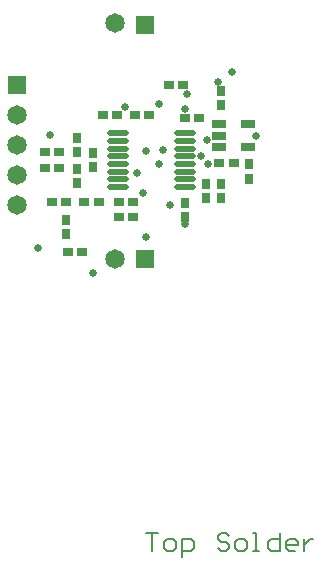
<source format=gts>
%FSLAX25Y25*%
%MOIN*%
G70*
G01*
G75*
G04 Layer_Color=8388736*
%ADD10R,0.03150X0.02362*%
%ADD11R,0.04331X0.02559*%
%ADD12O,0.06693X0.01378*%
%ADD13R,0.02362X0.03150*%
%ADD14C,0.01500*%
%ADD15C,0.01000*%
%ADD16C,0.03000*%
%ADD17C,0.02500*%
%ADD18C,0.01300*%
%ADD19C,0.02000*%
%ADD20C,0.00800*%
%ADD21C,0.06496*%
%ADD22R,0.06496X0.06496*%
%ADD23R,0.06496X0.06496*%
%ADD24C,0.02000*%
G04:AMPARAMS|DCode=25|XSize=39.37mil|YSize=15.75mil|CornerRadius=3.94mil|HoleSize=0mil|Usage=FLASHONLY|Rotation=0.000|XOffset=0mil|YOffset=0mil|HoleType=Round|Shape=RoundedRectangle|*
%AMROUNDEDRECTD25*
21,1,0.03937,0.00787,0,0,0.0*
21,1,0.03150,0.01575,0,0,0.0*
1,1,0.00787,0.01575,-0.00394*
1,1,0.00787,-0.01575,-0.00394*
1,1,0.00787,-0.01575,0.00394*
1,1,0.00787,0.01575,0.00394*
%
%ADD25ROUNDEDRECTD25*%
G04:AMPARAMS|DCode=26|XSize=74.8mil|YSize=133.86mil|CornerRadius=0mil|HoleSize=0mil|Usage=FLASHONLY|Rotation=270.000|XOffset=0mil|YOffset=0mil|HoleType=Round|Shape=Octagon|*
%AMOCTAGOND26*
4,1,8,0.06693,0.01870,0.06693,-0.01870,0.04823,-0.03740,-0.04823,-0.03740,-0.06693,-0.01870,-0.06693,0.01870,-0.04823,0.03740,0.04823,0.03740,0.06693,0.01870,0.0*
%
%ADD26OCTAGOND26*%

%ADD27R,0.05512X0.03543*%
%ADD28R,0.07087X0.03543*%
%ADD29R,0.03740X0.03937*%
%ADD30R,0.08500X0.10799*%
%ADD31R,0.03937X0.03740*%
%ADD32R,0.02362X0.07480*%
%ADD33C,0.03500*%
%ADD34C,0.00984*%
%ADD35C,0.02362*%
%ADD36C,0.00700*%
%ADD37C,0.00787*%
%ADD38C,0.00600*%
%ADD39C,0.00500*%
%ADD40R,0.03750X0.02962*%
%ADD41R,0.04931X0.03159*%
%ADD42O,0.07293X0.01978*%
%ADD43R,0.02962X0.03750*%
%ADD44C,0.02600*%
D20*
X57700Y-79851D02*
X61699D01*
X59699D01*
Y-85849D01*
X64698D02*
X66697D01*
X67697Y-84850D01*
Y-82850D01*
X66697Y-81851D01*
X64698D01*
X63698Y-82850D01*
Y-84850D01*
X64698Y-85849D01*
X69696Y-87849D02*
Y-81851D01*
X72695D01*
X73695Y-82850D01*
Y-84850D01*
X72695Y-85849D01*
X69696D01*
X85691Y-80851D02*
X84691Y-79851D01*
X82692D01*
X81692Y-80851D01*
Y-81851D01*
X82692Y-82850D01*
X84691D01*
X85691Y-83850D01*
Y-84850D01*
X84691Y-85849D01*
X82692D01*
X81692Y-84850D01*
X88690Y-85849D02*
X90689D01*
X91689Y-84850D01*
Y-82850D01*
X90689Y-81851D01*
X88690D01*
X87690Y-82850D01*
Y-84850D01*
X88690Y-85849D01*
X93688D02*
X95688D01*
X94688D01*
Y-79851D01*
X93688D01*
X102685D02*
Y-85849D01*
X99686D01*
X98687Y-84850D01*
Y-82850D01*
X99686Y-81851D01*
X102685D01*
X107684Y-85849D02*
X105684D01*
X104685Y-84850D01*
Y-82850D01*
X105684Y-81851D01*
X107684D01*
X108684Y-82850D01*
Y-83850D01*
X104685D01*
X110683Y-81851D02*
Y-85849D01*
Y-83850D01*
X111682Y-82850D01*
X112682Y-81851D01*
X113682D01*
X57700Y-79851D02*
X61699D01*
X59699D01*
Y-85849D01*
X64698D02*
X66697D01*
X67697Y-84850D01*
Y-82850D01*
X66697Y-81851D01*
X64698D01*
X63698Y-82850D01*
Y-84850D01*
X64698Y-85849D01*
X69696Y-87849D02*
Y-81851D01*
X72695D01*
X73695Y-82850D01*
Y-84850D01*
X72695Y-85849D01*
X69696D01*
X85691Y-80851D02*
X84691Y-79851D01*
X82692D01*
X81692Y-80851D01*
Y-81851D01*
X82692Y-82850D01*
X84691D01*
X85691Y-83850D01*
Y-84850D01*
X84691Y-85849D01*
X82692D01*
X81692Y-84850D01*
X88690Y-85849D02*
X90689D01*
X91689Y-84850D01*
Y-82850D01*
X90689Y-81851D01*
X88690D01*
X87690Y-82850D01*
Y-84850D01*
X88690Y-85849D01*
X93688D02*
X95688D01*
X94688D01*
Y-79851D01*
X93688D01*
X102685D02*
Y-85849D01*
X99686D01*
X98687Y-84850D01*
Y-82850D01*
X99686Y-81851D01*
X102685D01*
X107684Y-85849D02*
X105684D01*
X104685Y-84850D01*
Y-82850D01*
X105684Y-81851D01*
X107684D01*
X108684Y-82850D01*
Y-83850D01*
X104685D01*
X110683Y-81851D02*
Y-85849D01*
Y-83850D01*
X111682Y-82850D01*
X112682Y-81851D01*
X113682D01*
D21*
X47500Y90158D02*
D03*
X15000Y59600D02*
D03*
Y49600D02*
D03*
Y39600D02*
D03*
Y29600D02*
D03*
X47500Y11700D02*
D03*
D22*
X57500Y89657D02*
D03*
Y11700D02*
D03*
D23*
X15000Y69600D02*
D03*
D40*
X31262Y30600D02*
D03*
X26538D02*
D03*
X24258Y41739D02*
D03*
X28983D02*
D03*
X37338Y30600D02*
D03*
X42062D02*
D03*
X48738Y25400D02*
D03*
X53462D02*
D03*
X36462Y13900D02*
D03*
X31738D02*
D03*
X24158Y47339D02*
D03*
X28883D02*
D03*
X48738Y30600D02*
D03*
X53462D02*
D03*
X48162Y59500D02*
D03*
X43438D02*
D03*
X70738Y58500D02*
D03*
X75462D02*
D03*
X58962Y59500D02*
D03*
X54238D02*
D03*
X82338Y43500D02*
D03*
X87062D02*
D03*
X65538Y69600D02*
D03*
X70262D02*
D03*
D41*
X91724Y56440D02*
D03*
Y48960D02*
D03*
X82276D02*
D03*
Y52700D02*
D03*
Y56440D02*
D03*
D42*
X48480Y53457D02*
D03*
Y50898D02*
D03*
Y48339D02*
D03*
Y45779D02*
D03*
Y43220D02*
D03*
Y40661D02*
D03*
Y38102D02*
D03*
Y35543D02*
D03*
X70920Y53457D02*
D03*
Y50898D02*
D03*
Y48339D02*
D03*
Y45779D02*
D03*
Y43220D02*
D03*
Y40661D02*
D03*
Y38102D02*
D03*
Y35543D02*
D03*
D43*
X82700Y62838D02*
D03*
Y67562D02*
D03*
X77800Y36462D02*
D03*
Y31738D02*
D03*
X71000Y25538D02*
D03*
Y30262D02*
D03*
X31300Y19938D02*
D03*
Y24662D02*
D03*
X92200Y43062D02*
D03*
Y38338D02*
D03*
X34721Y41562D02*
D03*
Y36838D02*
D03*
X40220Y46862D02*
D03*
Y42138D02*
D03*
X34721Y51962D02*
D03*
Y47238D02*
D03*
X82900Y31738D02*
D03*
Y36462D02*
D03*
D44*
X62120Y43180D02*
D03*
X55000Y40300D02*
D03*
X21900Y15300D02*
D03*
X71000Y23100D02*
D03*
X71400Y66600D02*
D03*
X63600Y47900D02*
D03*
X76100Y45779D02*
D03*
X81700Y70600D02*
D03*
X62100Y63200D02*
D03*
X40300Y7000D02*
D03*
X70800Y61600D02*
D03*
X78100Y51300D02*
D03*
X78400Y43220D02*
D03*
X25900Y53000D02*
D03*
X50900Y62100D02*
D03*
X86400Y74000D02*
D03*
X57700Y47600D02*
D03*
X56700Y33600D02*
D03*
X57900Y18800D02*
D03*
X65873Y29427D02*
D03*
X94500Y52600D02*
D03*
X87062Y43500D02*
D03*
M02*

</source>
